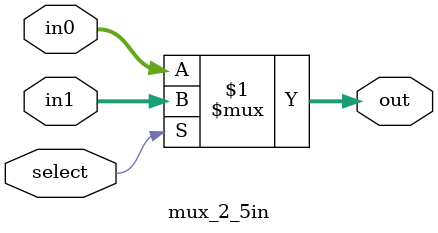
<source format=v>
module mux_2_5in(out, select, in0, in1);
    input select;
    input [4:0] in0, in1;
    output [4:0] out;
    assign out = select ? in1 : in0;
endmodule
</source>
